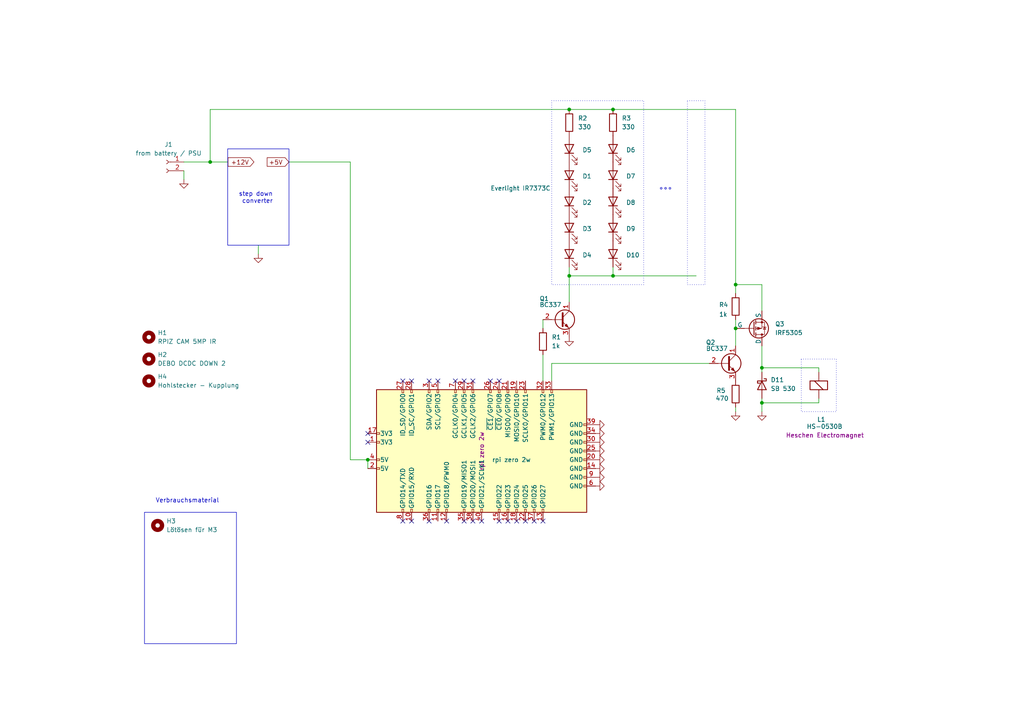
<source format=kicad_sch>
(kicad_sch (version 20250114) (generator "eeschema") (generator_version "9.0")
  (paper "A4")
  (title_block (title "https://github.com/chris15326/Kaizer.git"))
  (lib_symbols
    (symbol "Connector:Conn_01x02_Socket" (pin_names (offset 1.016) (hide yes))
      (property "Reference" "J" (at 0 2.54 0))
      (property "Value" "Conn_01x02_Socket" (at 0 -5.08 0))
      (symbol "Conn_01x02_Socket_1_1"
        (polyline (pts (xy -1.27 0) (xy -0.508 0)) (stroke (width 0.1524)))
        (polyline (pts (xy -1.27 -2.54) (xy -0.508 -2.54)) (stroke (width 0.1524)))
        (arc (start 0 -0.508) (mid -0.5058 0) (end 0 0.508) (stroke (width 0.1524)))
        (arc (start 0 -3.048) (mid -0.5058 -2.54) (end 0 -2.032) (stroke (width 0.1524)))
        (pin passive line (at -5.08 0 0) (length 3.81) (name "Pin_1") (number "1"))
        (pin passive line (at -5.08 -2.54 0) (length 3.81) (name "Pin_2") (number "2"))
      )
    )
    (symbol "Connector:Raspberry_Pi_2_3" (pin_names (offset 1.016))
      (property "Reference" "J" (at -17.78 31.75 0))
      (property "Value" "Raspberry_Pi_2_3" (at 10.16 -31.75 0))
      (symbol "Raspberry_Pi_2_3_0_1"
        (rectangle (start -17.78 30.48) (end 17.78 -30.48) (stroke (width 0.254)) (fill (type background)))
      )
      (symbol "Raspberry_Pi_2_3_1_1"
        (rectangle (start -16.891 23.114) (end -17.78 22.606))
        (rectangle (start -16.891 20.574) (end -17.78 20.066))
        (rectangle (start -16.891 15.494) (end -17.78 14.986))
        (rectangle (start -16.891 12.954) (end -17.78 12.446))
        (rectangle (start -16.891 10.414) (end -17.78 9.906))
        (rectangle (start -16.891 5.334) (end -17.78 4.826))
        (rectangle (start -16.891 2.794) (end -17.78 2.286))
        (rectangle (start -16.891 0.254) (end -17.78 -0.254))
        (rectangle (start -16.891 -4.826) (end -17.78 -5.334))
        (rectangle (start -16.891 -7.366) (end -17.78 -7.874))
        (rectangle (start -16.891 -9.906) (end -17.78 -10.414))
        (rectangle (start -16.891 -12.446) (end -17.78 -12.954))
        (rectangle (start -16.891 -14.986) (end -17.78 -15.494))
        (rectangle (start -16.891 -17.526) (end -17.78 -18.034))
        (rectangle (start -10.414 -29.591) (end -9.906 -30.48))
        (rectangle (start -7.874 -29.591) (end -7.366 -30.48))
        (rectangle (start -5.334 30.48) (end -4.826 29.591))
        (rectangle (start -5.334 -29.591) (end -4.826 -30.48))
        (rectangle (start -2.794 30.48) (end -2.286 29.591))
        (rectangle (start -2.794 -29.591) (end -2.286 -30.48))
        (rectangle (start -0.254 -29.591) (end 0.254 -30.48))
        (rectangle (start 2.286 30.48) (end 2.794 29.591))
        (rectangle (start 2.286 -29.591) (end 2.794 -30.48))
        (rectangle (start 4.826 30.48) (end 5.334 29.591))
        (rectangle (start 4.826 -29.591) (end 5.334 -30.48))
        (rectangle (start 7.366 -29.591) (end 7.874 -30.48))
        (rectangle (start 17.78 23.114) (end 16.891 22.606))
        (rectangle (start 17.78 20.574) (end 16.891 20.066))
        (rectangle (start 17.78 15.494) (end 16.891 14.986))
        (rectangle (start 17.78 12.954) (end 16.891 12.446))
        (rectangle (start 17.78 7.874) (end 16.891 7.366))
        (rectangle (start 17.78 5.334) (end 16.891 4.826))
        (rectangle (start 17.78 2.794) (end 16.891 2.286))
        (rectangle (start 17.78 -2.286) (end 16.891 -2.794))
        (rectangle (start 17.78 -4.826) (end 16.891 -5.334))
        (rectangle (start 17.78 -7.366) (end 16.891 -7.874))
        (rectangle (start 17.78 -9.906) (end 16.891 -10.414))
        (rectangle (start 17.78 -12.446) (end 16.891 -12.954))
        (rectangle (start 17.78 -17.526) (end 16.891 -18.034))
        (rectangle (start 17.78 -20.066) (end 16.891 -20.574))
        (pin bidirectional line (at -20.32 22.86 0) (length 2.54) (name "GPIO14/TXD") (number "8"))
        (pin bidirectional line (at -20.32 20.32 0) (length 2.54) (name "GPIO15/RXD") (number "10"))
        (pin bidirectional line (at -20.32 15.24 0) (length 2.54) (name "GPIO16") (number "36"))
        (pin bidirectional line (at -20.32 12.7 0) (length 2.54) (name "GPIO17") (number "11"))
        (pin bidirectional line (at -20.32 10.16 0) (length 2.54) (name "GPIO18/PWM0") (number "12"))
        (pin bidirectional line (at -20.32 5.08 0) (length 2.54) (name "GPIO19/MISO1") (number "35"))
        (pin bidirectional line (at -20.32 2.54 0) (length 2.54) (name "GPIO20/MOSI1") (number "38"))
        (pin bidirectional line (at -20.32 0 0) (length 2.54) (name "GPIO21/SCLK1") (number "40"))
        (pin bidirectional line (at -20.32 -5.08 0) (length 2.54) (name "GPIO22") (number "15"))
        (pin bidirectional line (at -20.32 -7.62 0) (length 2.54) (name "GPIO23") (number "16"))
        (pin bidirectional line (at -20.32 -10.16 0) (length 2.54) (name "GPIO24") (number "18"))
        (pin bidirectional line (at -20.32 -12.7 0) (length 2.54) (name "GPIO25") (number "22"))
        (pin bidirectional line (at -20.32 -15.24 0) (length 2.54) (name "GPIO26") (number "37"))
        (pin bidirectional line (at -20.32 -17.78 0) (length 2.54) (name "GPIO27") (number "13"))
        (pin power_in line (at -10.16 -33.02 90) (length 2.54) (name "GND") (number "6"))
        (pin power_in line (at -7.62 -33.02 90) (length 2.54) (name "GND") (number "9"))
        (pin power_in line (at -5.08 33.02 270) (length 2.54) (name "5V") (number "2"))
        (pin power_in line (at -5.08 -33.02 90) (length 2.54) (name "GND") (number "14"))
        (pin power_in line (at -2.54 33.02 270) (length 2.54) (name "5V") (number "4"))
        (pin power_in line (at -2.54 -33.02 90) (length 2.54) (name "GND") (number "20"))
        (pin power_in line (at 0 -33.02 90) (length 2.54) (name "GND") (number "25"))
        (pin power_in line (at 2.54 33.02 270) (length 2.54) (name "3V3") (number "1"))
        (pin power_in line (at 2.54 -33.02 90) (length 2.54) (name "GND") (number "30"))
        (pin power_in line (at 5.08 33.02 270) (length 2.54) (name "3V3") (number "17"))
        (pin power_in line (at 5.08 -33.02 90) (length 2.54) (name "GND") (number "34"))
        (pin power_in line (at 7.62 -33.02 90) (length 2.54) (name "GND") (number "39"))
        (pin bidirectional line (at 20.32 22.86 180) (length 2.54) (name "ID_SD/GPIO0") (number "27"))
        (pin bidirectional line (at 20.32 20.32 180) (length 2.54) (name "ID_SC/GPIO1") (number "28"))
        (pin bidirectional line (at 20.32 15.24 180) (length 2.54) (name "SDA/GPIO2") (number "3"))
        (pin bidirectional line (at 20.32 12.7 180) (length 2.54) (name "SCL/GPIO3") (number "5"))
        (pin bidirectional line (at 20.32 7.62 180) (length 2.54) (name "GCLK0/GPIO4") (number "7"))
        (pin bidirectional line (at 20.32 5.08 180) (length 2.54) (name "GCLK1/GPIO5") (number "29"))
        (pin bidirectional line (at 20.32 2.54 180) (length 2.54) (name "GCLK2/GPIO6") (number "31"))
        (pin bidirectional line (at 20.32 -2.54 180) (length 2.54) (name "~{CE1}/GPIO7") (number "26"))
        (pin bidirectional line (at 20.32 -5.08 180) (length 2.54) (name "~{CE0}/GPIO8") (number "24"))
        (pin bidirectional line (at 20.32 -7.62 180) (length 2.54) (name "MISO0/GPIO9") (number "21"))
        (pin bidirectional line (at 20.32 -10.16 180) (length 2.54) (name "MOSI0/GPIO10") (number "19"))
        (pin bidirectional line (at 20.32 -12.7 180) (length 2.54) (name "SCLK0/GPIO11") (number "23"))
        (pin bidirectional line (at 20.32 -17.78 180) (length 2.54) (name "PWM0/GPIO12") (number "32"))
        (pin bidirectional line (at 20.32 -20.32 180) (length 2.54) (name "PWM1/GPIO13") (number "33"))
      )
    )
    (symbol "Device:D_Schottky" (pin_numbers (hide yes)) (pin_names (offset 1.016) (hide yes))
      (property "Reference" "D" (at 0 2.54 0))
      (property "Value" "D_Schottky" (at 0 -2.54 0))
      (symbol "D_Schottky_0_1"
        (polyline (pts (xy -1.905 0.635) (xy -1.905 1.27) (xy -1.27 1.27) (xy -1.27 -1.27) (xy -0.635 -1.27) (xy -0.635 -0.635)) (stroke (width 0.254)))
        (polyline (pts (xy 1.27 1.27) (xy 1.27 -1.27) (xy -1.27 0) (xy 1.27 1.27)) (stroke (width 0.254)))
        (polyline (pts (xy 1.27 0) (xy -1.27 0)))
      )
      (symbol "D_Schottky_1_1"
        (pin passive line (at -3.81 0 0) (length 2.54) (name "K") (number "1"))
        (pin passive line (at 3.81 0 180) (length 2.54) (name "A") (number "2"))
      )
    )
    (symbol "Device:ElectromagneticActor" (pin_numbers (hide yes)) (pin_names (offset 0.0254) (hide yes))
      (property "Reference" "L" (at 1.27 3.81 0))
      (property "Value" "ElectromagneticActor" (at 1.27 -1.27 0))
      (symbol "ElectromagneticActor_0_1"
        (rectangle (start -2.54 2.54) (end 2.54 0) (stroke (width 0.254)))
        (polyline (pts (xy -1.27 2.54) (xy 1.27 0)) (stroke (width 0.254)))
      )
      (symbol "ElectromagneticActor_1_1"
        (pin passive line (at 0 5.08 270) (length 2.54) (name "-") (number "1"))
        (pin passive line (at 0 -2.54 90) (length 2.54) (name "+") (number "2"))
      )
    )
    (symbol "Device:LED" (pin_numbers (hide yes)) (pin_names (offset 1.016) (hide yes))
      (property "Reference" "D" (at 0 2.54 0))
      (property "Value" "LED" (at 0 -2.54 0))
      (symbol "LED_0_1"
        (polyline (pts (xy -3.048 -0.762) (xy -4.572 -2.286) (xy -3.81 -2.286) (xy -4.572 -2.286) (xy -4.572 -1.524)))
        (polyline (pts (xy -1.778 -0.762) (xy -3.302 -2.286) (xy -2.54 -2.286) (xy -3.302 -2.286) (xy -3.302 -1.524)))
        (polyline (pts (xy -1.27 0) (xy 1.27 0)))
        (polyline (pts (xy -1.27 -1.27) (xy -1.27 1.27)) (stroke (width 0.254)))
        (polyline (pts (xy 1.27 -1.27) (xy 1.27 1.27) (xy -1.27 0) (xy 1.27 -1.27)) (stroke (width 0.254)))
      )
      (symbol "LED_1_1"
        (pin passive line (at -3.81 0 0) (length 2.54) (name "K") (number "1"))
        (pin passive line (at 3.81 0 180) (length 2.54) (name "A") (number "2"))
      )
    )
    (symbol "Device:R" (pin_numbers (hide yes)) (pin_names (offset 0))
      (property "Reference" "R" (at 2.032 0 90))
      (property "Value" "R" (at 0 0 90))
      (symbol "R_0_1"
        (rectangle (start -1.016 -2.54) (end 1.016 2.54) (stroke (width 0.254)))
      )
      (symbol "R_1_1"
        (pin passive line (at 0 3.81 270) (length 1.27) (name "~") (number "1"))
        (pin passive line (at 0 -3.81 90) (length 1.27) (name "~") (number "2"))
      )
    )
    (symbol "Mechanical:MountingHole" (pin_names (offset 1.016)) (in_bom no)
      (property "Reference" "H" (at 0 5.08 0))
      (property "Value" "MountingHole" (at 0 3.175 0))
      (symbol "MountingHole_0_1"
        (circle (center 0 0) (radius 1.27) (stroke (width 1.27)))
      )
    )
    (symbol "Simulation_SPICE:PMOS" (pin_numbers (hide yes)) (pin_names (offset 0))
      (property "Reference" "Q" (at 5.08 1.27 0))
      (property "Value" "PMOS" (at 5.08 -1.27 0))
      (symbol "PMOS_0_1"
        (polyline (pts (xy 0.254 1.905) (xy 0.254 -1.905)) (stroke (width 0.254)))
        (polyline (pts (xy 0.254 0) (xy -2.54 0)))
        (polyline (pts (xy 0.762 2.286) (xy 0.762 1.27)) (stroke (width 0.254)))
        (polyline (pts (xy 0.762 1.778) (xy 3.302 1.778) (xy 3.302 -1.778) (xy 0.762 -1.778)))
        (polyline (pts (xy 0.762 0.508) (xy 0.762 -0.508)) (stroke (width 0.254)))
        (polyline (pts (xy 0.762 -1.27) (xy 0.762 -2.286)) (stroke (width 0.254)))
        (circle (center 1.651 0) (radius 2.794) (stroke (width 0.254)))
        (polyline (pts (xy 2.286 0) (xy 1.27 0.381) (xy 1.27 -0.381) (xy 2.286 0)) (fill (type outline)))
        (polyline (pts (xy 2.54 2.54) (xy 2.54 1.778)))
        (circle (center 2.54 1.778) (radius 0.254) (fill (type outline)))
        (circle (center 2.54 -1.778) (radius 0.254) (fill (type outline)))
        (polyline (pts (xy 2.54 -2.54) (xy 2.54 0) (xy 0.762 0)))
        (polyline (pts (xy 2.794 -0.508) (xy 2.921 -0.381) (xy 3.683 -0.381) (xy 3.81 -0.254)))
        (polyline (pts (xy 3.302 -0.381) (xy 2.921 0.254) (xy 3.683 0.254) (xy 3.302 -0.381)))
      )
      (symbol "PMOS_1_1"
        (pin input line (at -5.08 0 0) (length 2.54) (name "G") (number "2"))
        (pin passive line (at 2.54 5.08 270) (length 2.54) (name "D") (number "1"))
        (pin passive line (at 2.54 -5.08 90) (length 2.54) (name "S") (number "3"))
      )
    )
    (symbol "Transistor_BJT:BC337" (pin_names (offset 0) (hide yes))
      (property "Reference" "Q" (at 5.08 1.905 0))
      (property "Value" "BC337" (at 5.08 0 0))
      (symbol "BC337_0_1"
        (polyline (pts (xy -2.54 0) (xy 0.635 0)))
        (polyline (pts (xy 0.635 1.905) (xy 0.635 -1.905)) (stroke (width 0.508)))
        (circle (center 1.27 0) (radius 2.8194) (stroke (width 0.254)))
      )
      (symbol "BC337_1_1"
        (polyline (pts (xy 0.635 0.635) (xy 2.54 2.54)))
        (polyline (pts (xy 0.635 -0.635) (xy 2.54 -2.54)))
        (polyline (pts (xy 1.27 -1.778) (xy 1.778 -1.27) (xy 2.286 -2.286) (xy 1.27 -1.778)) (fill (type outline)))
        (pin input line (at -5.08 0 0) (length 2.54) (name "B") (number "2"))
        (pin passive line (at 2.54 5.08 270) (length 2.54) (name "C") (number "1"))
        (pin passive line (at 2.54 -5.08 90) (length 2.54) (name "E") (number "3"))
      )
    )
    (symbol "power:GNDA" (power) (pin_names (offset 0))
      (property "Value" "GNDA" (at 0 -3.81 0))
      (symbol "GNDA_0_1"
        (polyline (pts (xy 0 0) (xy 0 -1.27) (xy 1.27 -1.27) (xy 0 -2.54) (xy -1.27 -1.27) (xy 0 -1.27)))
      )
      (symbol "GNDA_1_1"
        (pin power_in line (at 0 0 270) (length 0) (hide yes) (name "GNDA") (number "1"))
      )
    )
  )
  (circle (center 193.04 54.61) (radius 0.254) (fill (type color)))
  (rectangle (start 232.41 104.14) (end 242.57 119.38) (stroke (width 0) (type dot)))
  (rectangle (start 160.02 29.21) (end 186.69 82.55) (stroke (width 0) (type dot)))
  (rectangle (start 199.39 29.21) (end 204.47 82.55) (stroke (width 0) (type dot)))
  (circle (center 194.31 54.61) (radius 0.254) (fill (type color)))
  (rectangle (start 41.91 148.59) (end 68.58 186.69))
  (circle (center 191.77 54.61) (radius 0.254) (fill (type color)))
  (rectangle (start 66.04 43.18) (end 83.82 71.12))
  (text "Verbrauchsmaterial" (exclude_from_sim yes) (at 54.356 145.288 0) (effects (font (size 1.27 1.27))))
  (text "step down \nconverter" (at 74.676 57.404 0) (effects (font (size 1.27 1.27))))
  (junction (at 213.36 82.55))
  (junction (at 165.1 80.01))
  (junction (at 106.68 133.35))
  (junction (at 177.8 31.75))
  (junction (at 213.36 95.25))
  (junction (at 220.98 106.68))
  (junction (at 220.98 116.84))
  (junction (at 165.1 31.75))
  (junction (at 60.96 46.99))
  (junction (at 177.8 80.01))
  (no_connect (at 116.84 110.49))
  (no_connect (at 144.78 151.13))
  (no_connect (at 132.08 110.49))
  (no_connect (at 144.78 110.49))
  (no_connect (at 124.46 110.49))
  (no_connect (at 129.54 151.13))
  (no_connect (at 134.62 110.49))
  (no_connect (at 137.16 110.49))
  (no_connect (at 139.7 151.13))
  (no_connect (at 147.32 151.13))
  (no_connect (at 116.84 151.13))
  (no_connect (at 127 110.49))
  (no_connect (at 134.62 151.13))
  (no_connect (at 154.94 151.13))
  (no_connect (at 106.68 128.27))
  (no_connect (at 124.46 151.13))
  (no_connect (at 137.16 151.13))
  (no_connect (at 149.86 151.13))
  (no_connect (at 142.24 110.49))
  (no_connect (at 119.38 110.49))
  (no_connect (at 152.4 151.13))
  (no_connect (at 106.68 125.73))
  (no_connect (at 157.48 151.13))
  (no_connect (at 119.38 151.13))
  (wire (pts (xy 220.98 115.57) (xy 220.98 116.84)))
  (wire (pts (xy 74.93 71.12) (xy 74.93 73.66)))
  (wire (pts (xy 160.02 105.41) (xy 160.02 110.49)))
  (wire (pts (xy 213.36 82.55) (xy 213.36 85.09)))
  (wire (pts (xy 220.98 116.84) (xy 237.49 116.84)))
  (wire (pts (xy 220.98 82.55) (xy 213.36 82.55)))
  (wire (pts (xy 205.74 105.41) (xy 160.02 105.41)))
  (wire (pts (xy 213.36 31.75) (xy 213.36 82.55)))
  (wire (pts (xy 53.34 46.99) (xy 60.96 46.99)))
  (wire (pts (xy 157.48 92.71) (xy 157.48 95.25)))
  (wire (pts (xy 213.36 118.11) (xy 213.36 119.38)))
  (wire (pts (xy 60.96 31.75) (xy 60.96 46.99)))
  (wire (pts (xy 177.8 77.47) (xy 177.8 80.01)))
  (wire (pts (xy 213.36 92.71) (xy 213.36 95.25)))
  (wire (pts (xy 213.36 95.25) (xy 213.36 100.33)))
  (wire (pts (xy 165.1 77.47) (xy 165.1 80.01)))
  (wire (pts (xy 237.49 115.57) (xy 237.49 116.84)))
  (wire (pts (xy 220.98 106.68) (xy 220.98 107.95)))
  (wire (pts (xy 177.8 80.01) (xy 165.1 80.01)))
  (wire (pts (xy 165.1 31.75) (xy 60.96 31.75)))
  (wire (pts (xy 220.98 82.55) (xy 220.98 90.17)))
  (wire (pts (xy 220.98 100.33) (xy 220.98 106.68)))
  (wire (pts (xy 83.82 46.99) (xy 101.6 46.99)))
  (wire (pts (xy 177.8 80.01) (xy 201.93 80.01)))
  (wire (pts (xy 106.68 133.35) (xy 106.68 135.89)))
  (wire (pts (xy 237.49 106.68) (xy 237.49 107.95)))
  (wire (pts (xy 157.48 102.87) (xy 157.48 110.49)))
  (wire (pts (xy 177.8 31.75) (xy 213.36 31.75)))
  (wire (pts (xy 60.96 46.99) (xy 66.04 46.99)))
  (wire (pts (xy 101.6 133.35) (xy 101.6 46.99)))
  (wire (pts (xy 220.98 106.68) (xy 237.49 106.68)))
  (wire (pts (xy 165.1 31.75) (xy 177.8 31.75)))
  (wire (pts (xy 220.98 116.84) (xy 220.98 119.38)))
  (wire (pts (xy 53.34 49.53) (xy 53.34 52.07)))
  (wire (pts (xy 107.95 133.35) (xy 106.68 133.35)))
  (wire (pts (xy 165.1 80.01) (xy 165.1 87.63)))
  (wire (pts (xy 106.68 133.35) (xy 101.6 133.35)))
  (global_label "+12V" (shape input) (at 73.66 46.99 180) (property "Intersheetrefs" "${INTERSHEET_REFS}" (effects (hide yes))))
  (global_label "+5V" (shape output) (at 77.47 46.99 0) (property "Intersheetrefs" "${INTERSHEET_REFS}" (effects (hide yes))))
  (symbol (lib_id "Device:LED") (at 177.8 43.18 90) (unit 1)
    (property "Reference" "D6" (at 181.61 43.4974 90) (effects (justify right)))
    (property "Value" "Everlight IR7373C" (effects (hide yes)))
    (property "Datasheet" "https://cdn-reichelt.de/documents/datenblatt/A501/IR7373C_ENG_TDS.pdf" (effects (hide yes)))
    (property "Description" "Light emitting diode" (effects (hide yes)))
    (property "Sim.Pins" "1=K 2=A" (effects (hide yes)))
    (property "ReicheltID" "IR 7373C EVL" (effects (hide yes)))
  )
  (symbol (lib_id "Device:R") (at 177.8 35.56 0) (unit 1)
    (property "Reference" "R3" (at 180.34 34.2899 0) (effects (justify left)))
    (property "Value" "330" (at 180.34 36.8299 0) (effects (justify left)))
    (property "Description" "Resistor" (effects (hide yes)))
    (property "ReicheltID" "1/4W 330" (effects (hide yes)))
  )
  (symbol (lib_id "Transistor_BJT:BC337") (at 162.56 92.71 0) (unit 1)
    (property "Reference" "Q1" (at 156.464 86.614 0) (effects (justify left)))
    (property "Value" "BC337" (at 156.464 88.392 0) (effects (justify left)))
    (property "Footprint" "Package_TO_SOT_THT:TO-92_Inline" (effects (hide yes)))
    (property "Datasheet" "https://diotec.com/tl_files/diotec/files/pdf/datasheets/bc337.pdf" (effects (hide yes)))
    (property "Description" "0.8A Ic, 45V Vce, NPN Transistor, TO-92" (effects (hide yes)))
    (property "ReicheltID" "BC 337-25BK DIO" (effects (hide yes)))
  )
  (symbol (lib_id "Device:LED") (at 165.1 50.8 90) (unit 1)
    (property "Reference" "D1" (at 168.91 51.1174 90) (effects (justify right)))
    (property "Value" "Everlight IR7373C" (effects (hide yes)))
    (property "Datasheet" "https://cdn-reichelt.de/documents/datenblatt/A501/IR7373C_ENG_TDS.pdf" (effects (hide yes)))
    (property "Description" "Light emitting diode" (effects (hide yes)))
    (property "Sim.Pins" "1=K 2=A" (effects (hide yes)))
    (property "ReicheltID" "IR 7373C EVL" (effects (hide yes)))
  )
  (symbol (lib_id "Simulation_SPICE:PMOS") (at 218.44 95.25 0) (mirror x) (unit 1)
    (property "Reference" "Q3" (at 224.79 93.9799 0) (effects (justify left)))
    (property "Value" "IRF5305" (at 224.79 96.5199 0) (effects (justify left)))
    (property "Datasheet" "https://cdn-reichelt.de/documents/datenblatt/A100/IRF5305_IR.pdf" (effects (hide yes)))
    (property "Description" "P-MOSFET transistor, drain/source/gate" (effects (hide yes)))
    (property "Sim.Device" "PMOS" (effects (hide yes)))
    (property "Sim.Type" "VDMOS" (effects (hide yes)))
    (property "Sim.Pins" "1=D 2=G 3=S" (effects (hide yes)))
    (property "ReicheltID" "IRF 5305" (effects (hide yes)))
  )
  (symbol (lib_id "power:GNDA") (at 220.98 119.38 0) (mirror y) (unit 1)
    (property "Reference" "#PWR04" (effects (hide yes)))
    (property "Value" "GNDA" (effects (hide yes)))
  )
  (symbol (lib_id "power:GNDA") (at 172.72 125.73 90) (mirror x) (unit 1)
    (property "Reference" "#PWR034" (effects (hide yes)))
    (property "Value" "GNDA" (effects (hide yes)))
  )
  (symbol (lib_id "power:GNDA") (at 74.93 73.66 0) (mirror y) (unit 1)
    (property "Reference" "#PWR02" (effects (hide yes)))
    (property "Value" "GNDA" (effects (hide yes)))
  )
  (symbol (lib_id "Device:R") (at 213.36 114.3 0) (unit 1)
    (property "Reference" "R5" (at 207.772 113.284 0) (effects (justify left)))
    (property "Value" "470" (at 207.518 115.57 0) (effects (justify left)))
    (property "Description" "Resistor" (effects (hide yes)))
    (property "ReicheltID" "1/4W 470" (effects (hide yes)))
  )
  (symbol (lib_id "Mechanical:MountingHole") (at 43.18 104.14 0) (unit 1)
    (property "Reference" "H2" (at 45.72 102.8699 0) (effects (justify left)))
    (property "Value" "DEBO DCDC DOWN 2" (at 45.72 105.4099 0) (effects (justify left)))
    (property "Description" "DC/DC-Wandler, LM2596" (effects (hide yes)))
    (property "ReicheltID" " DEBO DCDC DOWN 2" (effects (hide yes)))
  )
  (symbol (lib_id "Device:R") (at 157.48 99.06 180) (unit 1)
    (property "Reference" "R1" (at 160.02 97.7899 0) (effects (justify right)))
    (property "Value" "1k" (at 160.02 100.3299 0) (effects (justify right)))
    (property "Description" "Resistor" (effects (hide yes)))
    (property "ReicheltID" " 1/4W 1,0K" (effects (hide yes)))
  )
  (symbol (lib_id "power:GNDA") (at 53.34 52.07 0) (mirror y) (unit 1)
    (property "Reference" "#PWR05" (effects (hide yes)))
    (property "Value" "GNDA" (effects (hide yes)))
  )
  (symbol (lib_id "power:GNDA") (at 172.72 140.97 90) (mirror x) (unit 1)
    (property "Reference" "#PWR028" (effects (hide yes)))
    (property "Value" "GNDA" (effects (hide yes)))
  )
  (symbol (lib_id "Device:LED") (at 177.8 73.66 90) (unit 1)
    (property "Reference" "D10" (at 181.61 73.9774 90) (effects (justify right)))
    (property "Value" "Everlight IR7373C" (effects (hide yes)))
    (property "Datasheet" "https://cdn-reichelt.de/documents/datenblatt/A501/IR7373C_ENG_TDS.pdf" (effects (hide yes)))
    (property "Description" "Light emitting diode" (effects (hide yes)))
    (property "Sim.Pins" "1=K 2=A" (effects (hide yes)))
    (property "ReicheltID" "IR 7373C EVL" (effects (hide yes)))
  )
  (symbol (lib_id "Device:LED") (at 177.8 58.42 90) (unit 1)
    (property "Reference" "D8" (at 181.61 58.7374 90) (effects (justify right)))
    (property "Value" "Everlight IR7373C" (effects (hide yes)))
    (property "Datasheet" "https://cdn-reichelt.de/documents/datenblatt/A501/IR7373C_ENG_TDS.pdf" (effects (hide yes)))
    (property "Description" "Light emitting diode" (effects (hide yes)))
    (property "Sim.Pins" "1=K 2=A" (effects (hide yes)))
    (property "ReicheltID" "IR 7373C EVL" (effects (hide yes)))
  )
  (symbol (lib_id "Connector:Conn_01x02_Socket") (at 48.26 46.99 0) (mirror y) (unit 1)
    (property "Reference" "J1" (at 48.895 41.91 0))
    (property "Value" "from battery / PSU" (at 48.895 44.45 0))
    (property "Description" "Generic connector, single row, 01x02, script generated" (effects (hide yes)))
    (property "ReicheltID" "AC 230/ 2 DS" (effects (hide yes)))
  )
  (symbol (lib_id "power:GNDA") (at 172.72 133.35 90) (mirror x) (unit 1)
    (property "Reference" "#PWR031" (effects (hide yes)))
    (property "Value" "GNDA" (effects (hide yes)))
  )
  (symbol (lib_id "Device:ElectromagneticActor") (at 237.49 113.03 0) (unit 1) (in_bom no)
    (property "Reference" "L1" (at 236.982 121.666 0) (effects (justify left)))
    (property "Value" "HS-0530B" (at 233.934 123.698 0) (effects (justify left)))
    (property "Description" "Heschen Electromagnet" (at 239.268 126.238 0))
  )
  (symbol (lib_id "Device:LED") (at 165.1 58.42 90) (unit 1)
    (property "Reference" "D2" (at 168.91 58.7374 90) (effects (justify right)))
    (property "Value" "Everlight IR7373C" (effects (hide yes)))
    (property "Datasheet" "https://cdn-reichelt.de/documents/datenblatt/A501/IR7373C_ENG_TDS.pdf" (effects (hide yes)))
    (property "Description" "Light emitting diode" (effects (hide yes)))
    (property "Sim.Pins" "1=K 2=A" (effects (hide yes)))
    (property "ReicheltID" "IR 7373C EVL" (effects (hide yes)))
  )
  (symbol (lib_id "power:GNDA") (at 172.72 128.27 90) (mirror x) (unit 1)
    (property "Reference" "#PWR033" (effects (hide yes)))
    (property "Value" "GNDA" (effects (hide yes)))
  )
  (symbol (lib_id "Mechanical:MountingHole") (at 43.18 97.79 0) (unit 1)
    (property "Reference" "H1" (at 45.72 96.5199 0) (effects (justify left)))
    (property "Value" "RPIZ CAM 5MP IR" (at 45.72 99.0599 0) (effects (justify left)))
    (property "Description" "Raspberry Pi Zero - Kamera, 5MP, 54°, NoIR" (effects (hide yes)))
    (property "ReicheltID" "RPIZ CAM 5MP IR" (effects (hide yes)))
  )
  (symbol (lib_id "power:GNDA") (at 172.72 135.89 90) (mirror x) (unit 1)
    (property "Reference" "#PWR030" (effects (hide yes)))
    (property "Value" "GNDA" (effects (hide yes)))
  )
  (symbol (lib_id "power:GNDA") (at 213.36 119.38 0) (mirror y) (unit 1)
    (property "Reference" "#PWR03" (effects (hide yes)))
    (property "Value" "GNDA" (effects (hide yes)))
  )
  (symbol (lib_id "power:GNDA") (at 172.72 130.81 90) (mirror x) (unit 1)
    (property "Reference" "#PWR032" (effects (hide yes)))
    (property "Value" "GNDA" (effects (hide yes)))
  )
  (symbol (lib_id "Mechanical:MountingHole") (at 45.72 152.4 0) (unit 1)
    (property "Reference" "H3" (at 48.26 151.1299 0) (effects (justify left)))
    (property "Value" "Lötösen für M3" (at 48.26 153.6699 0) (effects (justify left)))
    (property "Description" "Lötösen für M3" (effects (hide yes)))
    (property "ReicheltID" " VT RLO 4470-100" (effects (hide yes)))
  )
  (symbol (lib_id "Mechanical:MountingHole") (at 43.18 110.49 0) (unit 1)
    (property "Reference" "H4" (at 45.72 109.2199 0) (effects (justify left)))
    (property "Value" "Hohlstecker - Kupplung" (at 45.72 111.7599 0) (effects (justify left)))
    (property "Description" "Hohlstecker - Kupplung" (effects (hide yes)))
    (property "ReicheltID" " HK 21" (effects (hide yes)))
  )
  (symbol (lib_id "Device:R") (at 165.1 35.56 0) (unit 1)
    (property "Reference" "R2" (at 167.64 34.2899 0) (effects (justify left)))
    (property "Value" "330" (at 167.64 36.8299 0) (effects (justify left)))
    (property "Description" "Resistor" (effects (hide yes)))
    (property "ReicheltID" "1/4W 330" (effects (hide yes)))
  )
  (symbol (lib_id "Transistor_BJT:BC337") (at 210.82 105.41 0) (unit 1)
    (property "Reference" "Q2" (at 204.724 99.314 0) (effects (justify left)))
    (property "Value" "BC337" (at 204.724 101.092 0) (effects (justify left)))
    (property "Footprint" "Package_TO_SOT_THT:TO-92_Inline" (effects (hide yes)))
    (property "Datasheet" "https://diotec.com/tl_files/diotec/files/pdf/datasheets/bc337.pdf" (effects (hide yes)))
    (property "Description" "0.8A Ic, 45V Vce, NPN Transistor, TO-92" (effects (hide yes)))
    (property "ReicheltID" "BC 337-25BK DIO" (effects (hide yes)))
  )
  (symbol (lib_id "power:GNDA") (at 165.1 97.79 0) (mirror y) (unit 1)
    (property "Reference" "#PWR01" (effects (hide yes)))
    (property "Value" "GNDA" (effects (hide yes)))
  )
  (symbol (lib_id "power:GNDA") (at 172.72 138.43 90) (mirror x) (unit 1)
    (property "Reference" "#PWR029" (effects (hide yes)))
    (property "Value" "GNDA" (effects (hide yes)))
  )
  (symbol (lib_id "Device:LED") (at 177.8 66.04 90) (unit 1)
    (property "Reference" "D9" (at 181.61 66.3574 90) (effects (justify right)))
    (property "Value" "Everlight IR7373C" (effects (hide yes)))
    (property "Datasheet" "https://cdn-reichelt.de/documents/datenblatt/A501/IR7373C_ENG_TDS.pdf" (effects (hide yes)))
    (property "Description" "Light emitting diode" (effects (hide yes)))
    (property "Sim.Pins" "1=K 2=A" (effects (hide yes)))
    (property "ReicheltID" "IR 7373C EVL" (effects (hide yes)))
  )
  (symbol (lib_id "Device:R") (at 213.36 88.9 0) (unit 1)
    (property "Reference" "R4" (at 208.534 88.392 0) (effects (justify left)))
    (property "Value" "1k" (at 208.534 91.186 0) (effects (justify left)))
    (property "Description" "Resistor" (effects (hide yes)))
    (property "ReicheltID" " 1/4W 1,0K" (effects (hide yes)))
  )
  (symbol (lib_id "Device:LED") (at 165.1 73.66 90) (unit 1)
    (property "Reference" "D4" (at 168.91 73.9774 90) (effects (justify right)))
    (property "Value" "Everlight IR7373C" (effects (hide yes)))
    (property "Datasheet" "https://cdn-reichelt.de/documents/datenblatt/A501/IR7373C_ENG_TDS.pdf" (effects (hide yes)))
    (property "Description" "Light emitting diode" (effects (hide yes)))
    (property "Sim.Pins" "1=K 2=A" (effects (hide yes)))
    (property "ReicheltID" "IR 7373C EVL" (effects (hide yes)))
  )
  (symbol (lib_id "Connector:Raspberry_Pi_2_3") (at 139.7 130.81 90) (unit 1)
    (property "Reference" "J4" (effects (hide yes)))
    (property "Value" "rpi zero 2w" (at 148.336 133.35 90))
    (property "Footprint" "Connector_PinHeader_2.54mm:PinHeader_2x20_P2.54mm_Vertical" (effects (hide yes)))
    (property "Datasheet" "https://www.raspberrypi.org/documentation/hardware/raspberrypi/schematics/rpi_SCH_3bplus_1p0_reduced.pdf" (effects (hide yes)))
    (property "Description" "rpi zero 2w" (at 139.7 130.81 0))
    (property "ReicheltID" "RASP PI ZERO2 W" (effects (hide yes)))
  )
  (symbol (lib_id "Device:LED") (at 165.1 66.04 90) (unit 1)
    (property "Reference" "D3" (at 168.91 66.3574 90) (effects (justify right)))
    (property "Value" "Everlight IR7373C" (effects (hide yes)))
    (property "Datasheet" "https://cdn-reichelt.de/documents/datenblatt/A501/IR7373C_ENG_TDS.pdf" (effects (hide yes)))
    (property "Description" "Light emitting diode" (effects (hide yes)))
    (property "Sim.Pins" "1=K 2=A" (effects (hide yes)))
    (property "ReicheltID" "IR 7373C EVL" (effects (hide yes)))
  )
  (symbol (lib_id "power:GNDA") (at 172.72 123.19 90) (mirror x) (unit 1)
    (property "Reference" "#PWR035" (effects (hide yes)))
    (property "Value" "GNDA" (effects (hide yes)))
  )
  (symbol (lib_id "Device:D_Schottky") (at 220.98 111.76 270) (unit 1)
    (property "Reference" "D11" (at 223.52 110.1724 90) (effects (justify left)))
    (property "Value" "SB 530" (at 223.52 112.7124 90) (effects (justify left)))
    (property "Description" "Schottky diode" (effects (hide yes)))
    (property "ReicheltID" "SB 530" (effects (hide yes)))
  )
  (symbol (lib_id "Device:LED") (at 165.1 43.18 90) (unit 1)
    (property "Reference" "D5" (at 168.91 43.4974 90) (effects (justify right)))
    (property "Value" "Everlight IR7373C" (at 142.24 54.61 90) (effects (justify right)))
    (property "Datasheet" "https://cdn-reichelt.de/documents/datenblatt/A501/IR7373C_ENG_TDS.pdf" (effects (hide yes)))
    (property "Description" "Light emitting diode" (effects (hide yes)))
    (property "Sim.Pins" "1=K 2=A" (effects (hide yes)))
    (property "ReicheltID" "IR 7373C EVL" (effects (hide yes)))
  )
  (symbol (lib_id "Device:LED") (at 177.8 50.8 90) (unit 1)
    (property "Reference" "D7" (at 181.61 51.1174 90) (effects (justify right)))
    (property "Value" "Everlight IR7373C" (effects (hide yes)))
    (property "Datasheet" "https://cdn-reichelt.de/documents/datenblatt/A501/IR7373C_ENG_TDS.pdf" (effects (hide yes)))
    (property "Description" "Light emitting diode" (effects (hide yes)))
    (property "Sim.Pins" "1=K 2=A" (effects (hide yes)))
    (property "ReicheltID" "IR 7373C EVL" (effects (hide yes)))
  )
)
</source>
